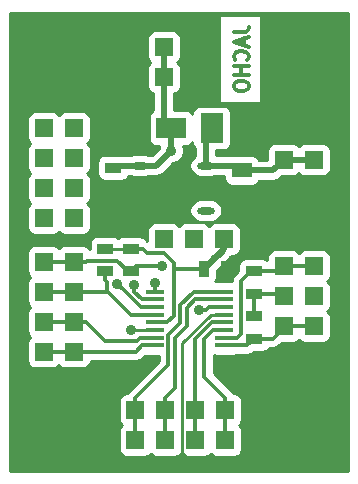
<source format=gbr>
G04 This is an RS-274x file exported by *
G04 gerbv version 2.6.1 *
G04 More information is available about gerbv at *
G04 http://gerbv.geda-project.org/ *
G04 --End of header info--*
%MOIN*%
%FSLAX34Y34*%
%IPPOS*%
G04 --Define apertures--*
%ADD10C,0.0118*%
%ADD11R,0.0600X0.0600*%
%ADD12C,0.2362*%
%ADD13O,0.0580X0.0240*%
%ADD14R,0.0550X0.0350*%
%ADD15R,0.0669X0.0512*%
%ADD16R,0.0984X0.0709*%
%ADD17R,0.0350X0.0550*%
%ADD18R,0.0768X0.0984*%
%ADD19R,0.0591X0.0177*%
%ADD20C,0.0350*%
%ADD21C,0.0197*%
%ADD22C,0.0100*%
G04 --Start main section--*
G54D10*
G01X0007833Y0014995D02*
G01X0008181Y0014995D01*
G01X0008181Y0014995D02*
G01X0008251Y0015018D01*
G01X0008251Y0015018D02*
G01X0008298Y0015065D01*
G01X0008298Y0015065D02*
G01X0008321Y0015134D01*
G01X0008321Y0015134D02*
G01X0008321Y0015181D01*
G01X0008181Y0014786D02*
G01X0008181Y0014553D01*
G01X0008321Y0014832D02*
G01X0007833Y0014670D01*
G01X0007833Y0014670D02*
G01X0008321Y0014507D01*
G01X0008274Y0014065D02*
G01X0008298Y0014088D01*
G01X0008298Y0014088D02*
G01X0008321Y0014158D01*
G01X0008321Y0014158D02*
G01X0008321Y0014205D01*
G01X0008321Y0014205D02*
G01X0008298Y0014274D01*
G01X0008298Y0014274D02*
G01X0008251Y0014321D01*
G01X0008251Y0014321D02*
G01X0008205Y0014344D01*
G01X0008205Y0014344D02*
G01X0008112Y0014367D01*
G01X0008112Y0014367D02*
G01X0008042Y0014367D01*
G01X0008042Y0014367D02*
G01X0007949Y0014344D01*
G01X0007949Y0014344D02*
G01X0007902Y0014321D01*
G01X0007902Y0014321D02*
G01X0007856Y0014274D01*
G01X0007856Y0014274D02*
G01X0007833Y0014205D01*
G01X0007833Y0014205D02*
G01X0007833Y0014158D01*
G01X0007833Y0014158D02*
G01X0007856Y0014088D01*
G01X0007856Y0014088D02*
G01X0007879Y0014065D01*
G01X0008321Y0013856D02*
G01X0007833Y0013856D01*
G01X0008065Y0013856D02*
G01X0008065Y0013577D01*
G01X0008321Y0013577D02*
G01X0007833Y0013577D01*
G01X0007833Y0013251D02*
G01X0007833Y0013158D01*
G01X0007833Y0013158D02*
G01X0007856Y0013112D01*
G01X0007856Y0013112D02*
G01X0007902Y0013066D01*
G01X0007902Y0013066D02*
G01X0007995Y0013042D01*
G01X0007995Y0013042D02*
G01X0008158Y0013042D01*
G01X0008158Y0013042D02*
G01X0008251Y0013066D01*
G01X0008251Y0013066D02*
G01X0008298Y0013112D01*
G01X0008298Y0013112D02*
G01X0008321Y0013158D01*
G01X0008321Y0013158D02*
G01X0008321Y0013251D01*
G01X0008321Y0013251D02*
G01X0008298Y0013298D01*
G01X0008298Y0013298D02*
G01X0008251Y0013344D01*
G01X0008251Y0013344D02*
G01X0008158Y0013368D01*
G01X0008158Y0013368D02*
G01X0007995Y0013368D01*
G01X0007995Y0013368D02*
G01X0007902Y0013344D01*
G01X0007902Y0013344D02*
G01X0007856Y0013298D01*
G01X0007856Y0013298D02*
G01X0007833Y0013251D01*
G54D11*
G01X0004500Y0013500D03*
G01X0004500Y0014500D03*
G01X0005500Y0013500D03*
G01X0005500Y0014500D03*
G01X0006500Y0013500D03*
G01X0006500Y0014500D03*
G01X0001500Y0005350D03*
G01X0002500Y0005350D03*
G01X0001500Y0004350D03*
G01X0002500Y0004350D03*
G01X0002500Y0007350D03*
G01X0001500Y0007350D03*
G01X0001500Y0006350D03*
G01X0002500Y0006350D03*
G01X0009500Y0011750D03*
G01X0010500Y0011750D03*
G01X0009500Y0010750D03*
G01X0010500Y0010750D03*
G01X0009500Y0009750D03*
G01X0010500Y0009750D03*
G01X0004550Y0001400D03*
G01X0004550Y0002400D03*
G01X0005550Y0001400D03*
G01X0005550Y0002400D03*
G01X0006550Y0002400D03*
G01X0006550Y0001400D03*
G01X0007550Y0002400D03*
G01X0007550Y0001400D03*
G01X0002500Y0010800D03*
G01X0001500Y0010800D03*
G01X0001500Y0009800D03*
G01X0002500Y0009800D03*
G01X0002500Y0008800D03*
G01X0001500Y0008800D03*
G01X0001500Y0011800D03*
G01X0002500Y0011800D03*
G01X0005500Y0008100D03*
G01X0006500Y0008100D03*
G01X0007500Y0008100D03*
G01X0009500Y0008200D03*
G01X0010500Y0008200D03*
G01X0009500Y0007200D03*
G01X0010500Y0007200D03*
G01X0009500Y0006200D03*
G01X0010500Y0006200D03*
G01X0009500Y0005200D03*
G01X0010500Y0005200D03*
G01X0009500Y0004200D03*
G01X0010500Y0004200D03*
G54D12*
G01X0002000Y0014000D03*
G01X0002000Y0002000D03*
G01X0010000Y0014000D03*
G01X0010000Y0002000D03*
G54D13*
G01X0006900Y0010550D03*
G01X0006900Y0010050D03*
G01X0006900Y0009550D03*
G01X0006900Y0009050D03*
G01X0004700Y0009050D03*
G01X0004700Y0009550D03*
G01X0004700Y0010050D03*
G01X0004700Y0010550D03*
G54D14*
G01X0008500Y0006275D03*
G01X0008500Y0007025D03*
G01X0008500Y0005525D03*
G01X0008500Y0004775D03*
G01X0003550Y0007775D03*
G01X0003550Y0007025D03*
G01X0004400Y0007775D03*
G01X0004400Y0007025D03*
G54D15*
G01X0008100Y0009011D03*
G01X0008100Y0010389D03*
G54D16*
G01X0004163Y0011800D03*
G01X0005737Y0011800D03*
G54D17*
G01X0006825Y0007100D03*
G01X0007575Y0007100D03*
G54D18*
G01X0008310Y0011800D03*
G01X0007090Y0011800D03*
G54D14*
G01X0003800Y0010475D03*
G01X0003800Y0009725D03*
G54D19*
G01X0007511Y0006346D03*
G01X0007511Y0006090D03*
G01X0007511Y0005834D03*
G01X0007511Y0005578D03*
G01X0007511Y0005322D03*
G01X0007511Y0005066D03*
G01X0007511Y0004810D03*
G01X0007511Y0004554D03*
G01X0005189Y0004554D03*
G01X0005189Y0004810D03*
G01X0005189Y0005066D03*
G01X0005189Y0005322D03*
G01X0005189Y0005578D03*
G01X0005189Y0005834D03*
G01X0005189Y0006090D03*
G01X0005189Y0006346D03*
G54D20*
G01X0005750Y0011050D03*
G01X0009500Y0010750D03*
G01X0006665Y0005735D03*
G01X0005450Y0007200D03*
G01X0004519Y0006575D03*
G01X0003951Y0006605D03*
G01X0004400Y0005075D03*
G01X0005200Y0006650D03*
G54D21*
G01X0004700Y0010550D02*
G01X0005250Y0010550D01*
G01X0005250Y0010550D02*
G01X0005750Y0011050D01*
G01X0005750Y0011050D02*
G01X0005750Y0011787D01*
G01X0005750Y0011787D02*
G01X0005737Y0011800D01*
G01X0004700Y0010550D02*
G01X0003875Y0010550D01*
G01X0003875Y0010550D02*
G01X0003800Y0010475D01*
G01X0005500Y0014500D02*
G01X0005500Y0012037D01*
G01X0005500Y0012037D02*
G01X0005737Y0011800D01*
G54D10*
G01X0005500Y0014500D02*
G01X0005500Y0013500D01*
G54D22*
G01X0006100Y0000980D02*
G01X0006430Y0000650D01*
G01X0006100Y0004620D02*
G01X0006100Y0000980D01*
G01X0007058Y0005578D02*
G01X0006100Y0004620D01*
G01X0007511Y0005578D02*
G01X0007058Y0005578D01*
G01X0008650Y0000650D02*
G01X0010000Y0002000D01*
G01X0006430Y0000650D02*
G01X0008650Y0000650D01*
G54D10*
G01X0006825Y0007100D02*
G01X0006825Y0007200D01*
G01X0005189Y0005322D02*
G01X0005602Y0005322D01*
G01X0005602Y0005322D02*
G01X0005830Y0005551D01*
G01X0005830Y0005551D02*
G01X0005830Y0006005D01*
G01X0006825Y0007000D02*
G01X0006825Y0007100D01*
G54D21*
G01X0009500Y0010750D02*
G01X0010500Y0010750D01*
G01X0008100Y0010389D02*
G01X0009139Y0010389D01*
G01X0009139Y0010389D02*
G01X0009500Y0010750D01*
G01X0006900Y0010550D02*
G01X0007939Y0010550D01*
G01X0007939Y0010550D02*
G01X0008100Y0010389D01*
G01X0006900Y0010550D02*
G01X0006900Y0011610D01*
G01X0006900Y0011610D02*
G01X0007090Y0011800D01*
G54D22*
G01X0003550Y0007775D02*
G01X0004400Y0007775D01*
G01X0007325Y0007525D02*
G01X0007500Y0007700D01*
G01X0007500Y0007700D02*
G01X0007500Y0008100D01*
G01X0007150Y0007525D02*
G01X0007325Y0007525D01*
G01X0006825Y0007200D02*
G01X0007150Y0007525D01*
G54D10*
G01X0004793Y0007775D02*
G01X0004400Y0007775D01*
G01X0004927Y0007641D02*
G01X0004793Y0007775D01*
G01X0005503Y0007641D02*
G01X0004927Y0007641D01*
G01X0005830Y0007314D02*
G01X0005503Y0007641D01*
G01X0005830Y0007023D02*
G01X0005830Y0007314D01*
G01X0005830Y0006005D02*
G01X0005830Y0007023D01*
G01X0005830Y0007023D02*
G01X0005830Y0007103D01*
G01X0005833Y0007100D02*
G01X0006825Y0007100D01*
G01X0005830Y0007103D02*
G01X0005833Y0007100D01*
G54D21*
G01X0007500Y0007775D02*
G01X0006825Y0007100D01*
G01X0007500Y0008100D02*
G01X0007500Y0007775D01*
G54D10*
G01X0002900Y0005350D02*
G01X0002500Y0005350D01*
G01X0004285Y0004716D02*
G01X0003534Y0004716D01*
G01X0003534Y0004716D02*
G01X0002900Y0005350D01*
G01X0001500Y0005350D02*
G01X0002500Y0005350D01*
G01X0004705Y0004810D02*
G01X0004610Y0004716D01*
G01X0005189Y0004810D02*
G01X0004705Y0004810D01*
G01X0004610Y0004716D02*
G01X0004285Y0004716D01*
G01X0002500Y0004350D02*
G01X0001500Y0004350D01*
G01X0005189Y0004554D02*
G01X0004775Y0004554D01*
G01X0004775Y0004554D02*
G01X0004571Y0004350D01*
G01X0004571Y0004350D02*
G01X0002918Y0004350D01*
G01X0002918Y0004350D02*
G01X0002500Y0004350D01*
G01X0005450Y0007200D02*
G01X0004575Y0007200D01*
G01X0004575Y0007200D02*
G01X0004400Y0007025D01*
G01X0001500Y0007350D02*
G01X0002500Y0007350D01*
G01X0004527Y0007152D02*
G01X0004400Y0007025D01*
G01X0002918Y0007350D02*
G01X0002500Y0007350D01*
G01X0002927Y0007359D02*
G01X0002918Y0007350D01*
G01X0003952Y0007359D02*
G01X0002927Y0007359D01*
G01X0004286Y0007025D02*
G01X0003952Y0007359D01*
G01X0004400Y0007025D02*
G01X0004286Y0007025D01*
G01X0004516Y0007141D02*
G01X0004400Y0007025D01*
G01X0007019Y0005834D02*
G01X0006919Y0005735D01*
G01X0006919Y0005735D02*
G01X0006665Y0005735D01*
G01X0007511Y0005834D02*
G01X0007019Y0005834D01*
G01X0001500Y0006350D02*
G01X0002500Y0006350D01*
G01X0003168Y0006350D02*
G01X0002918Y0006350D01*
G01X0002918Y0006350D02*
G01X0002500Y0006350D01*
G01X0004416Y0005578D02*
G01X0003644Y0006350D01*
G01X0003644Y0006350D02*
G01X0003168Y0006350D01*
G01X0005189Y0005578D02*
G01X0004416Y0005578D01*
G01X0003617Y0006378D02*
G01X0003644Y0006350D01*
G01X0003617Y0006665D02*
G01X0003617Y0006378D01*
G01X0003550Y0006732D02*
G01X0003617Y0006665D01*
G01X0003550Y0007025D02*
G01X0003550Y0006732D01*
G01X0004550Y0001400D02*
G01X0004550Y0002400D01*
G01X0004550Y0002818D02*
G01X0004550Y0002400D01*
G01X0005643Y0003911D02*
G01X0004550Y0002818D01*
G01X0005643Y0004891D02*
G01X0005643Y0003911D01*
G01X0007511Y0006346D02*
G01X0006496Y0006346D01*
G01X0006049Y0005899D02*
G01X0006049Y0005296D01*
G01X0006496Y0006346D02*
G01X0006049Y0005899D01*
G01X0006049Y0005296D02*
G01X0005643Y0004891D01*
G01X0005550Y0001400D02*
G01X0005550Y0002400D01*
G01X0005550Y0002818D02*
G01X0005550Y0002400D01*
G01X0005861Y0003129D02*
G01X0005550Y0002818D01*
G01X0006267Y0005206D02*
G01X0005861Y0004800D01*
G01X0006267Y0005808D02*
G01X0006267Y0005206D01*
G01X0006548Y0006090D02*
G01X0006267Y0005808D01*
G01X0005861Y0004800D02*
G01X0005861Y0003129D01*
G01X0007511Y0006090D02*
G01X0006548Y0006090D01*
G01X0006550Y0001400D02*
G01X0006550Y0002400D01*
G01X0007511Y0005322D02*
G01X0007098Y0005322D01*
G01X0007098Y0005322D02*
G01X0006550Y0004774D01*
G01X0006550Y0004774D02*
G01X0006550Y0002818D01*
G01X0006550Y0002818D02*
G01X0006550Y0002400D01*
G01X0007550Y0001400D02*
G01X0007550Y0002400D01*
G01X0006850Y0004766D02*
G01X0006850Y0003518D01*
G01X0006850Y0003518D02*
G01X0007550Y0002818D01*
G01X0007550Y0002818D02*
G01X0007550Y0002400D01*
G01X0007511Y0005066D02*
G01X0007151Y0005066D01*
G01X0007151Y0005066D02*
G01X0006850Y0004766D01*
G01X0004519Y0006346D02*
G01X0004519Y0006575D01*
G01X0004775Y0006090D02*
G01X0004519Y0006346D01*
G01X0005189Y0006090D02*
G01X0004775Y0006090D01*
G01X0004722Y0005834D02*
G01X0004126Y0006430D01*
G01X0005189Y0005834D02*
G01X0004722Y0005834D01*
G01X0004126Y0006430D02*
G01X0003951Y0006605D01*
G54D22*
G01X0005189Y0005066D02*
G01X0004409Y0005066D01*
G01X0004409Y0005066D02*
G01X0004400Y0005075D01*
G54D10*
G01X0008450Y0006225D02*
G01X0008550Y0006225D01*
G01X0008500Y0005525D02*
G01X0008500Y0006275D01*
G01X0009425Y0006275D02*
G01X0009500Y0006200D01*
G01X0008500Y0006275D02*
G01X0009425Y0006275D01*
G01X0009500Y0007200D02*
G01X0010500Y0007200D01*
G01X0008500Y0007025D02*
G01X0009325Y0007025D01*
G01X0009325Y0007025D02*
G01X0009500Y0007200D01*
G01X0007511Y0004810D02*
G01X0007925Y0004810D01*
G01X0007925Y0004810D02*
G01X0008066Y0004951D01*
G01X0008066Y0004951D02*
G01X0008066Y0006691D01*
G01X0008400Y0007025D02*
G01X0008500Y0007025D01*
G01X0008066Y0006691D02*
G01X0008400Y0007025D01*
G01X0009500Y0007175D02*
G01X0009500Y0007200D01*
G01X0009500Y0005200D02*
G01X0010500Y0005200D01*
G01X0008279Y0004554D02*
G01X0008500Y0004775D01*
G01X0007511Y0004554D02*
G01X0008279Y0004554D01*
G01X0009500Y0005200D02*
G01X0009500Y0005150D01*
G01X0009125Y0004775D02*
G01X0008500Y0004775D01*
G01X0009500Y0005150D02*
G01X0009125Y0004775D01*
G01X0005189Y0006346D02*
G01X0005189Y0006639D01*
G01X0005189Y0006639D02*
G01X0005200Y0006650D01*
G54D22*
G36*
G01X0011630Y0000370D02*
G01X0011055Y0000370D01*
G01X0011055Y0004900D01*
G01X0011055Y0005500D01*
G01X0011036Y0005595D01*
G01X0010981Y0005679D01*
G01X0010951Y0005700D01*
G01X0010979Y0005719D01*
G01X0011035Y0005802D01*
G01X0011055Y0005900D01*
G01X0011055Y0006500D01*
G01X0011036Y0006595D01*
G01X0010981Y0006679D01*
G01X0010951Y0006700D01*
G01X0010979Y0006719D01*
G01X0011035Y0006802D01*
G01X0011055Y0006900D01*
G01X0011055Y0007500D01*
G01X0011055Y0010450D01*
G01X0011055Y0011050D01*
G01X0011036Y0011145D01*
G01X0010981Y0011229D01*
G01X0010898Y0011285D01*
G01X0010800Y0011305D01*
G01X0010200Y0011305D01*
G01X0010105Y0011286D01*
G01X0010021Y0011231D01*
G01X0010000Y0011201D01*
G01X0009981Y0011229D01*
G01X0009898Y0011285D01*
G01X0009800Y0011305D01*
G01X0009200Y0011305D01*
G01X0009105Y0011286D01*
G01X0009021Y0011231D01*
G01X0008965Y0011148D01*
G01X0008945Y0011050D01*
G01X0008945Y0010737D01*
G01X0008751Y0010737D01*
G01X0008751Y0012640D01*
G01X0008751Y0015560D01*
G01X0007331Y0015560D01*
G01X0007331Y0012640D01*
G01X0008751Y0012640D01*
G01X0008751Y0010737D01*
G01X0008671Y0010737D01*
G01X0008671Y0010740D01*
G01X0008616Y0010824D01*
G01X0008533Y0010880D01*
G01X0008435Y0010900D01*
G01X0007766Y0010900D01*
G01X0007758Y0010898D01*
G01X0007248Y0010898D01*
G01X0007248Y0011053D01*
G01X0007474Y0011053D01*
G01X0007569Y0011072D01*
G01X0007653Y0011127D01*
G01X0007709Y0011210D01*
G01X0007729Y0011308D01*
G01X0007729Y0012292D01*
G01X0007710Y0012387D01*
G01X0007655Y0012471D01*
G01X0007572Y0012527D01*
G01X0007474Y0012547D01*
G01X0006706Y0012547D01*
G01X0006611Y0012528D01*
G01X0006527Y0012473D01*
G01X0006471Y0012390D01*
G01X0006451Y0012292D01*
G01X0006451Y0012272D01*
G01X0006410Y0012334D01*
G01X0006327Y0012390D01*
G01X0006229Y0012409D01*
G01X0005848Y0012409D01*
G01X0005848Y0012954D01*
G01X0005895Y0012964D01*
G01X0005979Y0013019D01*
G01X0006035Y0013102D01*
G01X0006055Y0013200D01*
G01X0006055Y0013800D01*
G01X0006036Y0013895D01*
G01X0005981Y0013979D01*
G01X0005951Y0014000D01*
G01X0005979Y0014019D01*
G01X0006035Y0014102D01*
G01X0006055Y0014200D01*
G01X0006055Y0014800D01*
G01X0006036Y0014895D01*
G01X0005981Y0014979D01*
G01X0005898Y0015035D01*
G01X0005800Y0015055D01*
G01X0005200Y0015055D01*
G01X0005105Y0015036D01*
G01X0005021Y0014981D01*
G01X0004965Y0014898D01*
G01X0004945Y0014800D01*
G01X0004945Y0014200D01*
G01X0004964Y0014105D01*
G01X0005019Y0014021D01*
G01X0005049Y0014000D01*
G01X0005021Y0013981D01*
G01X0004965Y0013898D01*
G01X0004945Y0013800D01*
G01X0004945Y0013200D01*
G01X0004964Y0013105D01*
G01X0005019Y0013021D01*
G01X0005102Y0012965D01*
G01X0005152Y0012955D01*
G01X0005152Y0012391D01*
G01X0005150Y0012391D01*
G01X0005066Y0012336D01*
G01X0005010Y0012253D01*
G01X0004990Y0012155D01*
G01X0004990Y0011446D01*
G01X0005009Y0011350D01*
G01X0005064Y0011266D01*
G01X0005147Y0011210D01*
G01X0005245Y0011191D01*
G01X0005348Y0011191D01*
G01X0005325Y0011135D01*
G01X0005325Y0011118D01*
G01X0005106Y0010898D01*
G01X0004989Y0010898D01*
G01X0004881Y0010920D01*
G01X0004519Y0010920D01*
G01X0004411Y0010898D01*
G01X0004107Y0010898D01*
G01X0004075Y0010905D01*
G01X0003525Y0010905D01*
G01X0003430Y0010886D01*
G01X0003346Y0010831D01*
G01X0003290Y0010748D01*
G01X0003270Y0010650D01*
G01X0003270Y0010300D01*
G01X0003289Y0010205D01*
G01X0003344Y0010121D01*
G01X0003427Y0010065D01*
G01X0003525Y0010045D01*
G01X0004075Y0010045D01*
G01X0004170Y0010064D01*
G01X0004254Y0010119D01*
G01X0004310Y0010202D01*
G01X0004411Y0010202D01*
G01X0004519Y0010180D01*
G01X0004881Y0010180D01*
G01X0004989Y0010202D01*
G01X0005250Y0010202D01*
G01X0005250Y0010202D01*
G01X0005250Y0010202D01*
G01X0005361Y0010224D01*
G01X0005383Y0010228D01*
G01X0005383Y0010228D01*
G01X0005496Y0010304D01*
G01X0005818Y0010625D01*
G01X0005834Y0010625D01*
G01X0005990Y0010689D01*
G01X0006110Y0010809D01*
G01X0006175Y0010965D01*
G01X0006175Y0011134D01*
G01X0006152Y0011191D01*
G01X0006229Y0011191D01*
G01X0006324Y0011209D01*
G01X0006408Y0011264D01*
G01X0006451Y0011328D01*
G01X0006451Y0011308D01*
G01X0006470Y0011213D01*
G01X0006525Y0011129D01*
G01X0006552Y0011111D01*
G01X0006552Y0010874D01*
G01X0006458Y0010812D01*
G01X0006378Y0010692D01*
G01X0006349Y0010550D01*
G01X0006378Y0010408D01*
G01X0006458Y0010288D01*
G01X0006578Y0010208D01*
G01X0006719Y0010180D01*
G01X0007081Y0010180D01*
G01X0007189Y0010202D01*
G01X0007511Y0010202D01*
G01X0007511Y0010133D01*
G01X0007529Y0010038D01*
G01X0007584Y0009954D01*
G01X0007667Y0009898D01*
G01X0007766Y0009878D01*
G01X0008435Y0009878D01*
G01X0008530Y0009897D01*
G01X0008614Y0009952D01*
G01X0008670Y0010035D01*
G01X0008671Y0010041D01*
G01X0009139Y0010041D01*
G01X0009139Y0010041D01*
G01X0009139Y0010041D01*
G01X0009250Y0010063D01*
G01X0009272Y0010067D01*
G01X0009272Y0010067D01*
G01X0009385Y0010143D01*
G01X0009438Y0010195D01*
G01X0009800Y0010195D01*
G01X0009895Y0010214D01*
G01X0009979Y0010269D01*
G01X0010000Y0010299D01*
G01X0010019Y0010271D01*
G01X0010102Y0010215D01*
G01X0010200Y0010195D01*
G01X0010800Y0010195D01*
G01X0010895Y0010214D01*
G01X0010979Y0010269D01*
G01X0011035Y0010352D01*
G01X0011055Y0010450D01*
G01X0011055Y0007500D01*
G01X0011036Y0007595D01*
G01X0010981Y0007679D01*
G01X0010898Y0007735D01*
G01X0010800Y0007755D01*
G01X0010200Y0007755D01*
G01X0010105Y0007736D01*
G01X0010021Y0007681D01*
G01X0010000Y0007651D01*
G01X0009981Y0007679D01*
G01X0009898Y0007735D01*
G01X0009800Y0007755D01*
G01X0009200Y0007755D01*
G01X0009105Y0007736D01*
G01X0009021Y0007681D01*
G01X0008965Y0007598D01*
G01X0008945Y0007500D01*
G01X0008945Y0007387D01*
G01X0008873Y0007435D01*
G01X0008775Y0007455D01*
G01X0008225Y0007455D01*
G01X0008130Y0007436D01*
G01X0008046Y0007381D01*
G01X0007990Y0007298D01*
G01X0007970Y0007200D01*
G01X0007970Y0007032D01*
G01X0007847Y0006909D01*
G01X0007780Y0006809D01*
G01X0007757Y0006691D01*
G01X0007757Y0006689D01*
G01X0007216Y0006689D01*
G01X0007209Y0006688D01*
G01X0007235Y0006727D01*
G01X0007255Y0006825D01*
G01X0007255Y0007037D01*
G01X0007517Y0007300D01*
G01X0007537Y0007313D01*
G01X0007712Y0007488D01*
G01X0007712Y0007488D01*
G01X0007725Y0007508D01*
G01X0007746Y0007529D01*
G01X0007746Y0007529D01*
G01X0007746Y0007529D01*
G01X0007757Y0007545D01*
G01X0007757Y0007545D01*
G01X0007800Y0007545D01*
G01X0007895Y0007564D01*
G01X0007979Y0007619D01*
G01X0008035Y0007702D01*
G01X0008055Y0007800D01*
G01X0008055Y0008400D01*
G01X0008036Y0008495D01*
G01X0007981Y0008579D01*
G01X0007898Y0008635D01*
G01X0007800Y0008655D01*
G01X0007451Y0008655D01*
G01X0007451Y0009050D01*
G01X0007422Y0009192D01*
G01X0007342Y0009312D01*
G01X0007222Y0009392D01*
G01X0007081Y0009420D01*
G01X0006719Y0009420D01*
G01X0006578Y0009392D01*
G01X0006458Y0009312D01*
G01X0006378Y0009192D01*
G01X0006349Y0009050D01*
G01X0006378Y0008908D01*
G01X0006458Y0008788D01*
G01X0006578Y0008708D01*
G01X0006719Y0008680D01*
G01X0007081Y0008680D01*
G01X0007222Y0008708D01*
G01X0007342Y0008788D01*
G01X0007422Y0008908D01*
G01X0007451Y0009050D01*
G01X0007451Y0008655D01*
G01X0007200Y0008655D01*
G01X0007105Y0008636D01*
G01X0007021Y0008581D01*
G01X0007000Y0008551D01*
G01X0006981Y0008579D01*
G01X0006898Y0008635D01*
G01X0006800Y0008655D01*
G01X0006200Y0008655D01*
G01X0006105Y0008636D01*
G01X0006021Y0008581D01*
G01X0006000Y0008551D01*
G01X0005981Y0008579D01*
G01X0005898Y0008635D01*
G01X0005800Y0008655D01*
G01X0005200Y0008655D01*
G01X0005105Y0008636D01*
G01X0005021Y0008581D01*
G01X0004965Y0008498D01*
G01X0004945Y0008400D01*
G01X0004945Y0008038D01*
G01X0004911Y0008061D01*
G01X0004900Y0008063D01*
G01X0004856Y0008129D01*
G01X0004773Y0008185D01*
G01X0004675Y0008205D01*
G01X0004125Y0008205D01*
G01X0004030Y0008186D01*
G01X0003975Y0008150D01*
G01X0003923Y0008185D01*
G01X0003825Y0008205D01*
G01X0003275Y0008205D01*
G01X0003180Y0008186D01*
G01X0003096Y0008131D01*
G01X0003055Y0008071D01*
G01X0003055Y0008500D01*
G01X0003055Y0009100D01*
G01X0003036Y0009195D01*
G01X0002981Y0009279D01*
G01X0002951Y0009300D01*
G01X0002979Y0009319D01*
G01X0003035Y0009402D01*
G01X0003055Y0009500D01*
G01X0003055Y0010100D01*
G01X0003036Y0010195D01*
G01X0002981Y0010279D01*
G01X0002951Y0010300D01*
G01X0002979Y0010319D01*
G01X0003035Y0010402D01*
G01X0003055Y0010500D01*
G01X0003055Y0011100D01*
G01X0003036Y0011195D01*
G01X0002981Y0011279D01*
G01X0002951Y0011300D01*
G01X0002979Y0011319D01*
G01X0003035Y0011402D01*
G01X0003055Y0011500D01*
G01X0003055Y0012100D01*
G01X0003036Y0012195D01*
G01X0002981Y0012279D01*
G01X0002898Y0012335D01*
G01X0002800Y0012355D01*
G01X0002200Y0012355D01*
G01X0002105Y0012336D01*
G01X0002021Y0012281D01*
G01X0002000Y0012251D01*
G01X0001981Y0012279D01*
G01X0001898Y0012335D01*
G01X0001800Y0012355D01*
G01X0001200Y0012355D01*
G01X0001105Y0012336D01*
G01X0001021Y0012281D01*
G01X0000965Y0012198D01*
G01X0000945Y0012100D01*
G01X0000945Y0011500D01*
G01X0000964Y0011405D01*
G01X0001019Y0011321D01*
G01X0001049Y0011300D01*
G01X0001021Y0011281D01*
G01X0000965Y0011198D01*
G01X0000945Y0011100D01*
G01X0000945Y0010500D01*
G01X0000964Y0010405D01*
G01X0001019Y0010321D01*
G01X0001049Y0010300D01*
G01X0001021Y0010281D01*
G01X0000965Y0010198D01*
G01X0000945Y0010100D01*
G01X0000945Y0009500D01*
G01X0000964Y0009405D01*
G01X0001019Y0009321D01*
G01X0001049Y0009300D01*
G01X0001021Y0009281D01*
G01X0000965Y0009198D01*
G01X0000945Y0009100D01*
G01X0000945Y0008500D01*
G01X0000964Y0008405D01*
G01X0001019Y0008321D01*
G01X0001102Y0008265D01*
G01X0001200Y0008245D01*
G01X0001800Y0008245D01*
G01X0001895Y0008264D01*
G01X0001979Y0008319D01*
G01X0002000Y0008349D01*
G01X0002019Y0008321D01*
G01X0002102Y0008265D01*
G01X0002200Y0008245D01*
G01X0002800Y0008245D01*
G01X0002895Y0008264D01*
G01X0002979Y0008319D01*
G01X0003035Y0008402D01*
G01X0003055Y0008500D01*
G01X0003055Y0008071D01*
G01X0003040Y0008048D01*
G01X0003020Y0007950D01*
G01X0003020Y0007770D01*
G01X0002981Y0007829D01*
G01X0002898Y0007885D01*
G01X0002800Y0007905D01*
G01X0002200Y0007905D01*
G01X0002105Y0007886D01*
G01X0002021Y0007831D01*
G01X0002000Y0007801D01*
G01X0001981Y0007829D01*
G01X0001898Y0007885D01*
G01X0001800Y0007905D01*
G01X0001200Y0007905D01*
G01X0001105Y0007886D01*
G01X0001021Y0007831D01*
G01X0000965Y0007748D01*
G01X0000945Y0007650D01*
G01X0000945Y0007050D01*
G01X0000964Y0006955D01*
G01X0001019Y0006871D01*
G01X0001049Y0006850D01*
G01X0001021Y0006831D01*
G01X0000965Y0006748D01*
G01X0000945Y0006650D01*
G01X0000945Y0006050D01*
G01X0000964Y0005955D01*
G01X0001019Y0005871D01*
G01X0001049Y0005850D01*
G01X0001021Y0005831D01*
G01X0000965Y0005748D01*
G01X0000945Y0005650D01*
G01X0000945Y0005050D01*
G01X0000964Y0004955D01*
G01X0001019Y0004871D01*
G01X0001049Y0004850D01*
G01X0001021Y0004831D01*
G01X0000965Y0004748D01*
G01X0000945Y0004650D01*
G01X0000945Y0004050D01*
G01X0000964Y0003955D01*
G01X0001019Y0003871D01*
G01X0001102Y0003815D01*
G01X0001200Y0003795D01*
G01X0001800Y0003795D01*
G01X0001895Y0003814D01*
G01X0001979Y0003869D01*
G01X0002000Y0003899D01*
G01X0002019Y0003871D01*
G01X0002102Y0003815D01*
G01X0002200Y0003795D01*
G01X0002800Y0003795D01*
G01X0002895Y0003814D01*
G01X0002979Y0003869D01*
G01X0003035Y0003952D01*
G01X0003053Y0004041D01*
G01X0004571Y0004041D01*
G01X0004689Y0004064D01*
G01X0004689Y0004064D01*
G01X0004789Y0004131D01*
G01X0004873Y0004215D01*
G01X0004893Y0004211D01*
G01X0005334Y0004211D01*
G01X0005334Y0004039D01*
G01X0004331Y0003037D01*
G01X0004277Y0002955D01*
G01X0004250Y0002955D01*
G01X0004155Y0002936D01*
G01X0004071Y0002881D01*
G01X0004015Y0002798D01*
G01X0003995Y0002700D01*
G01X0003995Y0002100D01*
G01X0004014Y0002005D01*
G01X0004069Y0001921D01*
G01X0004099Y0001900D01*
G01X0004071Y0001881D01*
G01X0004015Y0001798D01*
G01X0003995Y0001700D01*
G01X0003995Y0001100D01*
G01X0004014Y0001005D01*
G01X0004069Y0000921D01*
G01X0004152Y0000865D01*
G01X0004250Y0000845D01*
G01X0004850Y0000845D01*
G01X0004945Y0000864D01*
G01X0005029Y0000919D01*
G01X0005050Y0000949D01*
G01X0005069Y0000921D01*
G01X0005152Y0000865D01*
G01X0005250Y0000845D01*
G01X0005850Y0000845D01*
G01X0005945Y0000864D01*
G01X0006029Y0000919D01*
G01X0006050Y0000949D01*
G01X0006069Y0000921D01*
G01X0006152Y0000865D01*
G01X0006250Y0000845D01*
G01X0006850Y0000845D01*
G01X0006945Y0000864D01*
G01X0007029Y0000919D01*
G01X0007050Y0000949D01*
G01X0007069Y0000921D01*
G01X0007152Y0000865D01*
G01X0007250Y0000845D01*
G01X0007850Y0000845D01*
G01X0007945Y0000864D01*
G01X0008029Y0000919D01*
G01X0008085Y0001002D01*
G01X0008105Y0001100D01*
G01X0008105Y0001700D01*
G01X0008086Y0001795D01*
G01X0008031Y0001879D01*
G01X0008001Y0001900D01*
G01X0008029Y0001919D01*
G01X0008085Y0002002D01*
G01X0008105Y0002100D01*
G01X0008105Y0002700D01*
G01X0008086Y0002795D01*
G01X0008031Y0002879D01*
G01X0007948Y0002935D01*
G01X0007850Y0002955D01*
G01X0007823Y0002955D01*
G01X0007769Y0003037D01*
G01X0007159Y0003646D01*
G01X0007159Y0004222D01*
G01X0007216Y0004211D01*
G01X0007807Y0004211D01*
G01X0007902Y0004229D01*
G01X0007926Y0004245D01*
G01X0008279Y0004245D01*
G01X0008398Y0004269D01*
G01X0008398Y0004269D01*
G01X0008498Y0004336D01*
G01X0008507Y0004345D01*
G01X0008775Y0004345D01*
G01X0008870Y0004364D01*
G01X0008954Y0004419D01*
G01X0008986Y0004466D01*
G01X0009125Y0004466D01*
G01X0009243Y0004489D01*
G01X0009243Y0004489D01*
G01X0009344Y0004556D01*
G01X0009432Y0004645D01*
G01X0009800Y0004645D01*
G01X0009895Y0004664D01*
G01X0009979Y0004719D01*
G01X0010000Y0004749D01*
G01X0010019Y0004721D01*
G01X0010102Y0004665D01*
G01X0010200Y0004645D01*
G01X0010800Y0004645D01*
G01X0010895Y0004664D01*
G01X0010979Y0004719D01*
G01X0011035Y0004802D01*
G01X0011055Y0004900D01*
G01X0011055Y0000370D01*
G01X0000370Y0000370D01*
G01X0000370Y0015630D01*
G01X0011630Y0015630D01*
G01X0011630Y0000370D01*
G01X0011630Y0000370D01*
G37*
G01X0011630Y0000370D02*
G01X0011055Y0000370D01*
G01X0011055Y0000370D02*
G01X0011055Y0004900D01*
G01X0011055Y0004900D02*
G01X0011055Y0005500D01*
G01X0011055Y0005500D02*
G01X0011036Y0005595D01*
G01X0011036Y0005595D02*
G01X0010981Y0005679D01*
G01X0010981Y0005679D02*
G01X0010951Y0005700D01*
G01X0010951Y0005700D02*
G01X0010979Y0005719D01*
G01X0010979Y0005719D02*
G01X0011035Y0005802D01*
G01X0011035Y0005802D02*
G01X0011055Y0005900D01*
G01X0011055Y0005900D02*
G01X0011055Y0006500D01*
G01X0011055Y0006500D02*
G01X0011036Y0006595D01*
G01X0011036Y0006595D02*
G01X0010981Y0006679D01*
G01X0010981Y0006679D02*
G01X0010951Y0006700D01*
G01X0010951Y0006700D02*
G01X0010979Y0006719D01*
G01X0010979Y0006719D02*
G01X0011035Y0006802D01*
G01X0011035Y0006802D02*
G01X0011055Y0006900D01*
G01X0011055Y0006900D02*
G01X0011055Y0007500D01*
G01X0011055Y0007500D02*
G01X0011055Y0010450D01*
G01X0011055Y0010450D02*
G01X0011055Y0011050D01*
G01X0011055Y0011050D02*
G01X0011036Y0011145D01*
G01X0011036Y0011145D02*
G01X0010981Y0011229D01*
G01X0010981Y0011229D02*
G01X0010898Y0011285D01*
G01X0010898Y0011285D02*
G01X0010800Y0011305D01*
G01X0010800Y0011305D02*
G01X0010200Y0011305D01*
G01X0010200Y0011305D02*
G01X0010105Y0011286D01*
G01X0010105Y0011286D02*
G01X0010021Y0011231D01*
G01X0010021Y0011231D02*
G01X0010000Y0011201D01*
G01X0010000Y0011201D02*
G01X0009981Y0011229D01*
G01X0009981Y0011229D02*
G01X0009898Y0011285D01*
G01X0009898Y0011285D02*
G01X0009800Y0011305D01*
G01X0009800Y0011305D02*
G01X0009200Y0011305D01*
G01X0009200Y0011305D02*
G01X0009105Y0011286D01*
G01X0009105Y0011286D02*
G01X0009021Y0011231D01*
G01X0009021Y0011231D02*
G01X0008965Y0011148D01*
G01X0008965Y0011148D02*
G01X0008945Y0011050D01*
G01X0008945Y0011050D02*
G01X0008945Y0010737D01*
G01X0008945Y0010737D02*
G01X0008751Y0010737D01*
G01X0008751Y0010737D02*
G01X0008751Y0012640D01*
G01X0008751Y0012640D02*
G01X0008751Y0015560D01*
G01X0008751Y0015560D02*
G01X0007331Y0015560D01*
G01X0007331Y0015560D02*
G01X0007331Y0012640D01*
G01X0007331Y0012640D02*
G01X0008751Y0012640D01*
G01X0008751Y0012640D02*
G01X0008751Y0010737D01*
G01X0008751Y0010737D02*
G01X0008671Y0010737D01*
G01X0008671Y0010737D02*
G01X0008671Y0010740D01*
G01X0008671Y0010740D02*
G01X0008616Y0010824D01*
G01X0008616Y0010824D02*
G01X0008533Y0010880D01*
G01X0008533Y0010880D02*
G01X0008435Y0010900D01*
G01X0008435Y0010900D02*
G01X0007766Y0010900D01*
G01X0007766Y0010900D02*
G01X0007758Y0010898D01*
G01X0007758Y0010898D02*
G01X0007248Y0010898D01*
G01X0007248Y0010898D02*
G01X0007248Y0011053D01*
G01X0007248Y0011053D02*
G01X0007474Y0011053D01*
G01X0007474Y0011053D02*
G01X0007569Y0011072D01*
G01X0007569Y0011072D02*
G01X0007653Y0011127D01*
G01X0007653Y0011127D02*
G01X0007709Y0011210D01*
G01X0007709Y0011210D02*
G01X0007729Y0011308D01*
G01X0007729Y0011308D02*
G01X0007729Y0012292D01*
G01X0007729Y0012292D02*
G01X0007710Y0012387D01*
G01X0007710Y0012387D02*
G01X0007655Y0012471D01*
G01X0007655Y0012471D02*
G01X0007572Y0012527D01*
G01X0007572Y0012527D02*
G01X0007474Y0012547D01*
G01X0007474Y0012547D02*
G01X0006706Y0012547D01*
G01X0006706Y0012547D02*
G01X0006611Y0012528D01*
G01X0006611Y0012528D02*
G01X0006527Y0012473D01*
G01X0006527Y0012473D02*
G01X0006471Y0012390D01*
G01X0006471Y0012390D02*
G01X0006451Y0012292D01*
G01X0006451Y0012292D02*
G01X0006451Y0012272D01*
G01X0006451Y0012272D02*
G01X0006410Y0012334D01*
G01X0006410Y0012334D02*
G01X0006327Y0012390D01*
G01X0006327Y0012390D02*
G01X0006229Y0012409D01*
G01X0006229Y0012409D02*
G01X0005848Y0012409D01*
G01X0005848Y0012409D02*
G01X0005848Y0012954D01*
G01X0005848Y0012954D02*
G01X0005895Y0012964D01*
G01X0005895Y0012964D02*
G01X0005979Y0013019D01*
G01X0005979Y0013019D02*
G01X0006035Y0013102D01*
G01X0006035Y0013102D02*
G01X0006055Y0013200D01*
G01X0006055Y0013200D02*
G01X0006055Y0013800D01*
G01X0006055Y0013800D02*
G01X0006036Y0013895D01*
G01X0006036Y0013895D02*
G01X0005981Y0013979D01*
G01X0005981Y0013979D02*
G01X0005951Y0014000D01*
G01X0005951Y0014000D02*
G01X0005979Y0014019D01*
G01X0005979Y0014019D02*
G01X0006035Y0014102D01*
G01X0006035Y0014102D02*
G01X0006055Y0014200D01*
G01X0006055Y0014200D02*
G01X0006055Y0014800D01*
G01X0006055Y0014800D02*
G01X0006036Y0014895D01*
G01X0006036Y0014895D02*
G01X0005981Y0014979D01*
G01X0005981Y0014979D02*
G01X0005898Y0015035D01*
G01X0005898Y0015035D02*
G01X0005800Y0015055D01*
G01X0005800Y0015055D02*
G01X0005200Y0015055D01*
G01X0005200Y0015055D02*
G01X0005105Y0015036D01*
G01X0005105Y0015036D02*
G01X0005021Y0014981D01*
G01X0005021Y0014981D02*
G01X0004965Y0014898D01*
G01X0004965Y0014898D02*
G01X0004945Y0014800D01*
G01X0004945Y0014800D02*
G01X0004945Y0014200D01*
G01X0004945Y0014200D02*
G01X0004964Y0014105D01*
G01X0004964Y0014105D02*
G01X0005019Y0014021D01*
G01X0005019Y0014021D02*
G01X0005049Y0014000D01*
G01X0005049Y0014000D02*
G01X0005021Y0013981D01*
G01X0005021Y0013981D02*
G01X0004965Y0013898D01*
G01X0004965Y0013898D02*
G01X0004945Y0013800D01*
G01X0004945Y0013800D02*
G01X0004945Y0013200D01*
G01X0004945Y0013200D02*
G01X0004964Y0013105D01*
G01X0004964Y0013105D02*
G01X0005019Y0013021D01*
G01X0005019Y0013021D02*
G01X0005102Y0012965D01*
G01X0005102Y0012965D02*
G01X0005152Y0012955D01*
G01X0005152Y0012955D02*
G01X0005152Y0012391D01*
G01X0005152Y0012391D02*
G01X0005150Y0012391D01*
G01X0005150Y0012391D02*
G01X0005066Y0012336D01*
G01X0005066Y0012336D02*
G01X0005010Y0012253D01*
G01X0005010Y0012253D02*
G01X0004990Y0012155D01*
G01X0004990Y0012155D02*
G01X0004990Y0011446D01*
G01X0004990Y0011446D02*
G01X0005009Y0011350D01*
G01X0005009Y0011350D02*
G01X0005064Y0011266D01*
G01X0005064Y0011266D02*
G01X0005147Y0011210D01*
G01X0005147Y0011210D02*
G01X0005245Y0011191D01*
G01X0005245Y0011191D02*
G01X0005348Y0011191D01*
G01X0005348Y0011191D02*
G01X0005325Y0011135D01*
G01X0005325Y0011135D02*
G01X0005325Y0011118D01*
G01X0005325Y0011118D02*
G01X0005106Y0010898D01*
G01X0005106Y0010898D02*
G01X0004989Y0010898D01*
G01X0004989Y0010898D02*
G01X0004881Y0010920D01*
G01X0004881Y0010920D02*
G01X0004519Y0010920D01*
G01X0004519Y0010920D02*
G01X0004411Y0010898D01*
G01X0004411Y0010898D02*
G01X0004107Y0010898D01*
G01X0004107Y0010898D02*
G01X0004075Y0010905D01*
G01X0004075Y0010905D02*
G01X0003525Y0010905D01*
G01X0003525Y0010905D02*
G01X0003430Y0010886D01*
G01X0003430Y0010886D02*
G01X0003346Y0010831D01*
G01X0003346Y0010831D02*
G01X0003290Y0010748D01*
G01X0003290Y0010748D02*
G01X0003270Y0010650D01*
G01X0003270Y0010650D02*
G01X0003270Y0010300D01*
G01X0003270Y0010300D02*
G01X0003289Y0010205D01*
G01X0003289Y0010205D02*
G01X0003344Y0010121D01*
G01X0003344Y0010121D02*
G01X0003427Y0010065D01*
G01X0003427Y0010065D02*
G01X0003525Y0010045D01*
G01X0003525Y0010045D02*
G01X0004075Y0010045D01*
G01X0004075Y0010045D02*
G01X0004170Y0010064D01*
G01X0004170Y0010064D02*
G01X0004254Y0010119D01*
G01X0004254Y0010119D02*
G01X0004310Y0010202D01*
G01X0004310Y0010202D02*
G01X0004411Y0010202D01*
G01X0004411Y0010202D02*
G01X0004519Y0010180D01*
G01X0004519Y0010180D02*
G01X0004881Y0010180D01*
G01X0004881Y0010180D02*
G01X0004989Y0010202D01*
G01X0004989Y0010202D02*
G01X0005250Y0010202D01*
G01X0005250Y0010202D02*
G01X0005250Y0010202D01*
G01X0005250Y0010202D02*
G01X0005250Y0010202D01*
G01X0005250Y0010202D02*
G01X0005361Y0010224D01*
G01X0005361Y0010224D02*
G01X0005383Y0010228D01*
G01X0005383Y0010228D02*
G01X0005383Y0010228D01*
G01X0005383Y0010228D02*
G01X0005496Y0010304D01*
G01X0005496Y0010304D02*
G01X0005818Y0010625D01*
G01X0005818Y0010625D02*
G01X0005834Y0010625D01*
G01X0005834Y0010625D02*
G01X0005990Y0010689D01*
G01X0005990Y0010689D02*
G01X0006110Y0010809D01*
G01X0006110Y0010809D02*
G01X0006175Y0010965D01*
G01X0006175Y0010965D02*
G01X0006175Y0011134D01*
G01X0006175Y0011134D02*
G01X0006152Y0011191D01*
G01X0006152Y0011191D02*
G01X0006229Y0011191D01*
G01X0006229Y0011191D02*
G01X0006324Y0011209D01*
G01X0006324Y0011209D02*
G01X0006408Y0011264D01*
G01X0006408Y0011264D02*
G01X0006451Y0011328D01*
G01X0006451Y0011328D02*
G01X0006451Y0011308D01*
G01X0006451Y0011308D02*
G01X0006470Y0011213D01*
G01X0006470Y0011213D02*
G01X0006525Y0011129D01*
G01X0006525Y0011129D02*
G01X0006552Y0011111D01*
G01X0006552Y0011111D02*
G01X0006552Y0010874D01*
G01X0006552Y0010874D02*
G01X0006458Y0010812D01*
G01X0006458Y0010812D02*
G01X0006378Y0010692D01*
G01X0006378Y0010692D02*
G01X0006349Y0010550D01*
G01X0006349Y0010550D02*
G01X0006378Y0010408D01*
G01X0006378Y0010408D02*
G01X0006458Y0010288D01*
G01X0006458Y0010288D02*
G01X0006578Y0010208D01*
G01X0006578Y0010208D02*
G01X0006719Y0010180D01*
G01X0006719Y0010180D02*
G01X0007081Y0010180D01*
G01X0007081Y0010180D02*
G01X0007189Y0010202D01*
G01X0007189Y0010202D02*
G01X0007511Y0010202D01*
G01X0007511Y0010202D02*
G01X0007511Y0010133D01*
G01X0007511Y0010133D02*
G01X0007529Y0010038D01*
G01X0007529Y0010038D02*
G01X0007584Y0009954D01*
G01X0007584Y0009954D02*
G01X0007667Y0009898D01*
G01X0007667Y0009898D02*
G01X0007766Y0009878D01*
G01X0007766Y0009878D02*
G01X0008435Y0009878D01*
G01X0008435Y0009878D02*
G01X0008530Y0009897D01*
G01X0008530Y0009897D02*
G01X0008614Y0009952D01*
G01X0008614Y0009952D02*
G01X0008670Y0010035D01*
G01X0008670Y0010035D02*
G01X0008671Y0010041D01*
G01X0008671Y0010041D02*
G01X0009139Y0010041D01*
G01X0009139Y0010041D02*
G01X0009139Y0010041D01*
G01X0009139Y0010041D02*
G01X0009139Y0010041D01*
G01X0009139Y0010041D02*
G01X0009250Y0010063D01*
G01X0009250Y0010063D02*
G01X0009272Y0010067D01*
G01X0009272Y0010067D02*
G01X0009272Y0010067D01*
G01X0009272Y0010067D02*
G01X0009385Y0010143D01*
G01X0009385Y0010143D02*
G01X0009438Y0010195D01*
G01X0009438Y0010195D02*
G01X0009800Y0010195D01*
G01X0009800Y0010195D02*
G01X0009895Y0010214D01*
G01X0009895Y0010214D02*
G01X0009979Y0010269D01*
G01X0009979Y0010269D02*
G01X0010000Y0010299D01*
G01X0010000Y0010299D02*
G01X0010019Y0010271D01*
G01X0010019Y0010271D02*
G01X0010102Y0010215D01*
G01X0010102Y0010215D02*
G01X0010200Y0010195D01*
G01X0010200Y0010195D02*
G01X0010800Y0010195D01*
G01X0010800Y0010195D02*
G01X0010895Y0010214D01*
G01X0010895Y0010214D02*
G01X0010979Y0010269D01*
G01X0010979Y0010269D02*
G01X0011035Y0010352D01*
G01X0011035Y0010352D02*
G01X0011055Y0010450D01*
G01X0011055Y0010450D02*
G01X0011055Y0007500D01*
G01X0011055Y0007500D02*
G01X0011036Y0007595D01*
G01X0011036Y0007595D02*
G01X0010981Y0007679D01*
G01X0010981Y0007679D02*
G01X0010898Y0007735D01*
G01X0010898Y0007735D02*
G01X0010800Y0007755D01*
G01X0010800Y0007755D02*
G01X0010200Y0007755D01*
G01X0010200Y0007755D02*
G01X0010105Y0007736D01*
G01X0010105Y0007736D02*
G01X0010021Y0007681D01*
G01X0010021Y0007681D02*
G01X0010000Y0007651D01*
G01X0010000Y0007651D02*
G01X0009981Y0007679D01*
G01X0009981Y0007679D02*
G01X0009898Y0007735D01*
G01X0009898Y0007735D02*
G01X0009800Y0007755D01*
G01X0009800Y0007755D02*
G01X0009200Y0007755D01*
G01X0009200Y0007755D02*
G01X0009105Y0007736D01*
G01X0009105Y0007736D02*
G01X0009021Y0007681D01*
G01X0009021Y0007681D02*
G01X0008965Y0007598D01*
G01X0008965Y0007598D02*
G01X0008945Y0007500D01*
G01X0008945Y0007500D02*
G01X0008945Y0007387D01*
G01X0008945Y0007387D02*
G01X0008873Y0007435D01*
G01X0008873Y0007435D02*
G01X0008775Y0007455D01*
G01X0008775Y0007455D02*
G01X0008225Y0007455D01*
G01X0008225Y0007455D02*
G01X0008130Y0007436D01*
G01X0008130Y0007436D02*
G01X0008046Y0007381D01*
G01X0008046Y0007381D02*
G01X0007990Y0007298D01*
G01X0007990Y0007298D02*
G01X0007970Y0007200D01*
G01X0007970Y0007200D02*
G01X0007970Y0007032D01*
G01X0007970Y0007032D02*
G01X0007847Y0006909D01*
G01X0007847Y0006909D02*
G01X0007780Y0006809D01*
G01X0007780Y0006809D02*
G01X0007757Y0006691D01*
G01X0007757Y0006691D02*
G01X0007757Y0006689D01*
G01X0007757Y0006689D02*
G01X0007216Y0006689D01*
G01X0007216Y0006689D02*
G01X0007209Y0006688D01*
G01X0007209Y0006688D02*
G01X0007235Y0006727D01*
G01X0007235Y0006727D02*
G01X0007255Y0006825D01*
G01X0007255Y0006825D02*
G01X0007255Y0007037D01*
G01X0007255Y0007037D02*
G01X0007517Y0007300D01*
G01X0007517Y0007300D02*
G01X0007537Y0007313D01*
G01X0007537Y0007313D02*
G01X0007712Y0007488D01*
G01X0007712Y0007488D02*
G01X0007712Y0007488D01*
G01X0007712Y0007488D02*
G01X0007725Y0007508D01*
G01X0007725Y0007508D02*
G01X0007746Y0007529D01*
G01X0007746Y0007529D02*
G01X0007746Y0007529D01*
G01X0007746Y0007529D02*
G01X0007746Y0007529D01*
G01X0007746Y0007529D02*
G01X0007757Y0007545D01*
G01X0007757Y0007545D02*
G01X0007757Y0007545D01*
G01X0007757Y0007545D02*
G01X0007800Y0007545D01*
G01X0007800Y0007545D02*
G01X0007895Y0007564D01*
G01X0007895Y0007564D02*
G01X0007979Y0007619D01*
G01X0007979Y0007619D02*
G01X0008035Y0007702D01*
G01X0008035Y0007702D02*
G01X0008055Y0007800D01*
G01X0008055Y0007800D02*
G01X0008055Y0008400D01*
G01X0008055Y0008400D02*
G01X0008036Y0008495D01*
G01X0008036Y0008495D02*
G01X0007981Y0008579D01*
G01X0007981Y0008579D02*
G01X0007898Y0008635D01*
G01X0007898Y0008635D02*
G01X0007800Y0008655D01*
G01X0007800Y0008655D02*
G01X0007451Y0008655D01*
G01X0007451Y0008655D02*
G01X0007451Y0009050D01*
G01X0007451Y0009050D02*
G01X0007422Y0009192D01*
G01X0007422Y0009192D02*
G01X0007342Y0009312D01*
G01X0007342Y0009312D02*
G01X0007222Y0009392D01*
G01X0007222Y0009392D02*
G01X0007081Y0009420D01*
G01X0007081Y0009420D02*
G01X0006719Y0009420D01*
G01X0006719Y0009420D02*
G01X0006578Y0009392D01*
G01X0006578Y0009392D02*
G01X0006458Y0009312D01*
G01X0006458Y0009312D02*
G01X0006378Y0009192D01*
G01X0006378Y0009192D02*
G01X0006349Y0009050D01*
G01X0006349Y0009050D02*
G01X0006378Y0008908D01*
G01X0006378Y0008908D02*
G01X0006458Y0008788D01*
G01X0006458Y0008788D02*
G01X0006578Y0008708D01*
G01X0006578Y0008708D02*
G01X0006719Y0008680D01*
G01X0006719Y0008680D02*
G01X0007081Y0008680D01*
G01X0007081Y0008680D02*
G01X0007222Y0008708D01*
G01X0007222Y0008708D02*
G01X0007342Y0008788D01*
G01X0007342Y0008788D02*
G01X0007422Y0008908D01*
G01X0007422Y0008908D02*
G01X0007451Y0009050D01*
G01X0007451Y0009050D02*
G01X0007451Y0008655D01*
G01X0007451Y0008655D02*
G01X0007200Y0008655D01*
G01X0007200Y0008655D02*
G01X0007105Y0008636D01*
G01X0007105Y0008636D02*
G01X0007021Y0008581D01*
G01X0007021Y0008581D02*
G01X0007000Y0008551D01*
G01X0007000Y0008551D02*
G01X0006981Y0008579D01*
G01X0006981Y0008579D02*
G01X0006898Y0008635D01*
G01X0006898Y0008635D02*
G01X0006800Y0008655D01*
G01X0006800Y0008655D02*
G01X0006200Y0008655D01*
G01X0006200Y0008655D02*
G01X0006105Y0008636D01*
G01X0006105Y0008636D02*
G01X0006021Y0008581D01*
G01X0006021Y0008581D02*
G01X0006000Y0008551D01*
G01X0006000Y0008551D02*
G01X0005981Y0008579D01*
G01X0005981Y0008579D02*
G01X0005898Y0008635D01*
G01X0005898Y0008635D02*
G01X0005800Y0008655D01*
G01X0005800Y0008655D02*
G01X0005200Y0008655D01*
G01X0005200Y0008655D02*
G01X0005105Y0008636D01*
G01X0005105Y0008636D02*
G01X0005021Y0008581D01*
G01X0005021Y0008581D02*
G01X0004965Y0008498D01*
G01X0004965Y0008498D02*
G01X0004945Y0008400D01*
G01X0004945Y0008400D02*
G01X0004945Y0008038D01*
G01X0004945Y0008038D02*
G01X0004911Y0008061D01*
G01X0004911Y0008061D02*
G01X0004900Y0008063D01*
G01X0004900Y0008063D02*
G01X0004856Y0008129D01*
G01X0004856Y0008129D02*
G01X0004773Y0008185D01*
G01X0004773Y0008185D02*
G01X0004675Y0008205D01*
G01X0004675Y0008205D02*
G01X0004125Y0008205D01*
G01X0004125Y0008205D02*
G01X0004030Y0008186D01*
G01X0004030Y0008186D02*
G01X0003975Y0008150D01*
G01X0003975Y0008150D02*
G01X0003923Y0008185D01*
G01X0003923Y0008185D02*
G01X0003825Y0008205D01*
G01X0003825Y0008205D02*
G01X0003275Y0008205D01*
G01X0003275Y0008205D02*
G01X0003180Y0008186D01*
G01X0003180Y0008186D02*
G01X0003096Y0008131D01*
G01X0003096Y0008131D02*
G01X0003055Y0008071D01*
G01X0003055Y0008071D02*
G01X0003055Y0008500D01*
G01X0003055Y0008500D02*
G01X0003055Y0009100D01*
G01X0003055Y0009100D02*
G01X0003036Y0009195D01*
G01X0003036Y0009195D02*
G01X0002981Y0009279D01*
G01X0002981Y0009279D02*
G01X0002951Y0009300D01*
G01X0002951Y0009300D02*
G01X0002979Y0009319D01*
G01X0002979Y0009319D02*
G01X0003035Y0009402D01*
G01X0003035Y0009402D02*
G01X0003055Y0009500D01*
G01X0003055Y0009500D02*
G01X0003055Y0010100D01*
G01X0003055Y0010100D02*
G01X0003036Y0010195D01*
G01X0003036Y0010195D02*
G01X0002981Y0010279D01*
G01X0002981Y0010279D02*
G01X0002951Y0010300D01*
G01X0002951Y0010300D02*
G01X0002979Y0010319D01*
G01X0002979Y0010319D02*
G01X0003035Y0010402D01*
G01X0003035Y0010402D02*
G01X0003055Y0010500D01*
G01X0003055Y0010500D02*
G01X0003055Y0011100D01*
G01X0003055Y0011100D02*
G01X0003036Y0011195D01*
G01X0003036Y0011195D02*
G01X0002981Y0011279D01*
G01X0002981Y0011279D02*
G01X0002951Y0011300D01*
G01X0002951Y0011300D02*
G01X0002979Y0011319D01*
G01X0002979Y0011319D02*
G01X0003035Y0011402D01*
G01X0003035Y0011402D02*
G01X0003055Y0011500D01*
G01X0003055Y0011500D02*
G01X0003055Y0012100D01*
G01X0003055Y0012100D02*
G01X0003036Y0012195D01*
G01X0003036Y0012195D02*
G01X0002981Y0012279D01*
G01X0002981Y0012279D02*
G01X0002898Y0012335D01*
G01X0002898Y0012335D02*
G01X0002800Y0012355D01*
G01X0002800Y0012355D02*
G01X0002200Y0012355D01*
G01X0002200Y0012355D02*
G01X0002105Y0012336D01*
G01X0002105Y0012336D02*
G01X0002021Y0012281D01*
G01X0002021Y0012281D02*
G01X0002000Y0012251D01*
G01X0002000Y0012251D02*
G01X0001981Y0012279D01*
G01X0001981Y0012279D02*
G01X0001898Y0012335D01*
G01X0001898Y0012335D02*
G01X0001800Y0012355D01*
G01X0001800Y0012355D02*
G01X0001200Y0012355D01*
G01X0001200Y0012355D02*
G01X0001105Y0012336D01*
G01X0001105Y0012336D02*
G01X0001021Y0012281D01*
G01X0001021Y0012281D02*
G01X0000965Y0012198D01*
G01X0000965Y0012198D02*
G01X0000945Y0012100D01*
G01X0000945Y0012100D02*
G01X0000945Y0011500D01*
G01X0000945Y0011500D02*
G01X0000964Y0011405D01*
G01X0000964Y0011405D02*
G01X0001019Y0011321D01*
G01X0001019Y0011321D02*
G01X0001049Y0011300D01*
G01X0001049Y0011300D02*
G01X0001021Y0011281D01*
G01X0001021Y0011281D02*
G01X0000965Y0011198D01*
G01X0000965Y0011198D02*
G01X0000945Y0011100D01*
G01X0000945Y0011100D02*
G01X0000945Y0010500D01*
G01X0000945Y0010500D02*
G01X0000964Y0010405D01*
G01X0000964Y0010405D02*
G01X0001019Y0010321D01*
G01X0001019Y0010321D02*
G01X0001049Y0010300D01*
G01X0001049Y0010300D02*
G01X0001021Y0010281D01*
G01X0001021Y0010281D02*
G01X0000965Y0010198D01*
G01X0000965Y0010198D02*
G01X0000945Y0010100D01*
G01X0000945Y0010100D02*
G01X0000945Y0009500D01*
G01X0000945Y0009500D02*
G01X0000964Y0009405D01*
G01X0000964Y0009405D02*
G01X0001019Y0009321D01*
G01X0001019Y0009321D02*
G01X0001049Y0009300D01*
G01X0001049Y0009300D02*
G01X0001021Y0009281D01*
G01X0001021Y0009281D02*
G01X0000965Y0009198D01*
G01X0000965Y0009198D02*
G01X0000945Y0009100D01*
G01X0000945Y0009100D02*
G01X0000945Y0008500D01*
G01X0000945Y0008500D02*
G01X0000964Y0008405D01*
G01X0000964Y0008405D02*
G01X0001019Y0008321D01*
G01X0001019Y0008321D02*
G01X0001102Y0008265D01*
G01X0001102Y0008265D02*
G01X0001200Y0008245D01*
G01X0001200Y0008245D02*
G01X0001800Y0008245D01*
G01X0001800Y0008245D02*
G01X0001895Y0008264D01*
G01X0001895Y0008264D02*
G01X0001979Y0008319D01*
G01X0001979Y0008319D02*
G01X0002000Y0008349D01*
G01X0002000Y0008349D02*
G01X0002019Y0008321D01*
G01X0002019Y0008321D02*
G01X0002102Y0008265D01*
G01X0002102Y0008265D02*
G01X0002200Y0008245D01*
G01X0002200Y0008245D02*
G01X0002800Y0008245D01*
G01X0002800Y0008245D02*
G01X0002895Y0008264D01*
G01X0002895Y0008264D02*
G01X0002979Y0008319D01*
G01X0002979Y0008319D02*
G01X0003035Y0008402D01*
G01X0003035Y0008402D02*
G01X0003055Y0008500D01*
G01X0003055Y0008500D02*
G01X0003055Y0008071D01*
G01X0003055Y0008071D02*
G01X0003040Y0008048D01*
G01X0003040Y0008048D02*
G01X0003020Y0007950D01*
G01X0003020Y0007950D02*
G01X0003020Y0007770D01*
G01X0003020Y0007770D02*
G01X0002981Y0007829D01*
G01X0002981Y0007829D02*
G01X0002898Y0007885D01*
G01X0002898Y0007885D02*
G01X0002800Y0007905D01*
G01X0002800Y0007905D02*
G01X0002200Y0007905D01*
G01X0002200Y0007905D02*
G01X0002105Y0007886D01*
G01X0002105Y0007886D02*
G01X0002021Y0007831D01*
G01X0002021Y0007831D02*
G01X0002000Y0007801D01*
G01X0002000Y0007801D02*
G01X0001981Y0007829D01*
G01X0001981Y0007829D02*
G01X0001898Y0007885D01*
G01X0001898Y0007885D02*
G01X0001800Y0007905D01*
G01X0001800Y0007905D02*
G01X0001200Y0007905D01*
G01X0001200Y0007905D02*
G01X0001105Y0007886D01*
G01X0001105Y0007886D02*
G01X0001021Y0007831D01*
G01X0001021Y0007831D02*
G01X0000965Y0007748D01*
G01X0000965Y0007748D02*
G01X0000945Y0007650D01*
G01X0000945Y0007650D02*
G01X0000945Y0007050D01*
G01X0000945Y0007050D02*
G01X0000964Y0006955D01*
G01X0000964Y0006955D02*
G01X0001019Y0006871D01*
G01X0001019Y0006871D02*
G01X0001049Y0006850D01*
G01X0001049Y0006850D02*
G01X0001021Y0006831D01*
G01X0001021Y0006831D02*
G01X0000965Y0006748D01*
G01X0000965Y0006748D02*
G01X0000945Y0006650D01*
G01X0000945Y0006650D02*
G01X0000945Y0006050D01*
G01X0000945Y0006050D02*
G01X0000964Y0005955D01*
G01X0000964Y0005955D02*
G01X0001019Y0005871D01*
G01X0001019Y0005871D02*
G01X0001049Y0005850D01*
G01X0001049Y0005850D02*
G01X0001021Y0005831D01*
G01X0001021Y0005831D02*
G01X0000965Y0005748D01*
G01X0000965Y0005748D02*
G01X0000945Y0005650D01*
G01X0000945Y0005650D02*
G01X0000945Y0005050D01*
G01X0000945Y0005050D02*
G01X0000964Y0004955D01*
G01X0000964Y0004955D02*
G01X0001019Y0004871D01*
G01X0001019Y0004871D02*
G01X0001049Y0004850D01*
G01X0001049Y0004850D02*
G01X0001021Y0004831D01*
G01X0001021Y0004831D02*
G01X0000965Y0004748D01*
G01X0000965Y0004748D02*
G01X0000945Y0004650D01*
G01X0000945Y0004650D02*
G01X0000945Y0004050D01*
G01X0000945Y0004050D02*
G01X0000964Y0003955D01*
G01X0000964Y0003955D02*
G01X0001019Y0003871D01*
G01X0001019Y0003871D02*
G01X0001102Y0003815D01*
G01X0001102Y0003815D02*
G01X0001200Y0003795D01*
G01X0001200Y0003795D02*
G01X0001800Y0003795D01*
G01X0001800Y0003795D02*
G01X0001895Y0003814D01*
G01X0001895Y0003814D02*
G01X0001979Y0003869D01*
G01X0001979Y0003869D02*
G01X0002000Y0003899D01*
G01X0002000Y0003899D02*
G01X0002019Y0003871D01*
G01X0002019Y0003871D02*
G01X0002102Y0003815D01*
G01X0002102Y0003815D02*
G01X0002200Y0003795D01*
G01X0002200Y0003795D02*
G01X0002800Y0003795D01*
G01X0002800Y0003795D02*
G01X0002895Y0003814D01*
G01X0002895Y0003814D02*
G01X0002979Y0003869D01*
G01X0002979Y0003869D02*
G01X0003035Y0003952D01*
G01X0003035Y0003952D02*
G01X0003053Y0004041D01*
G01X0003053Y0004041D02*
G01X0004571Y0004041D01*
G01X0004571Y0004041D02*
G01X0004689Y0004064D01*
G01X0004689Y0004064D02*
G01X0004689Y0004064D01*
G01X0004689Y0004064D02*
G01X0004789Y0004131D01*
G01X0004789Y0004131D02*
G01X0004873Y0004215D01*
G01X0004873Y0004215D02*
G01X0004893Y0004211D01*
G01X0004893Y0004211D02*
G01X0005334Y0004211D01*
G01X0005334Y0004211D02*
G01X0005334Y0004039D01*
G01X0005334Y0004039D02*
G01X0004331Y0003037D01*
G01X0004331Y0003037D02*
G01X0004277Y0002955D01*
G01X0004277Y0002955D02*
G01X0004250Y0002955D01*
G01X0004250Y0002955D02*
G01X0004155Y0002936D01*
G01X0004155Y0002936D02*
G01X0004071Y0002881D01*
G01X0004071Y0002881D02*
G01X0004015Y0002798D01*
G01X0004015Y0002798D02*
G01X0003995Y0002700D01*
G01X0003995Y0002700D02*
G01X0003995Y0002100D01*
G01X0003995Y0002100D02*
G01X0004014Y0002005D01*
G01X0004014Y0002005D02*
G01X0004069Y0001921D01*
G01X0004069Y0001921D02*
G01X0004099Y0001900D01*
G01X0004099Y0001900D02*
G01X0004071Y0001881D01*
G01X0004071Y0001881D02*
G01X0004015Y0001798D01*
G01X0004015Y0001798D02*
G01X0003995Y0001700D01*
G01X0003995Y0001700D02*
G01X0003995Y0001100D01*
G01X0003995Y0001100D02*
G01X0004014Y0001005D01*
G01X0004014Y0001005D02*
G01X0004069Y0000921D01*
G01X0004069Y0000921D02*
G01X0004152Y0000865D01*
G01X0004152Y0000865D02*
G01X0004250Y0000845D01*
G01X0004250Y0000845D02*
G01X0004850Y0000845D01*
G01X0004850Y0000845D02*
G01X0004945Y0000864D01*
G01X0004945Y0000864D02*
G01X0005029Y0000919D01*
G01X0005029Y0000919D02*
G01X0005050Y0000949D01*
G01X0005050Y0000949D02*
G01X0005069Y0000921D01*
G01X0005069Y0000921D02*
G01X0005152Y0000865D01*
G01X0005152Y0000865D02*
G01X0005250Y0000845D01*
G01X0005250Y0000845D02*
G01X0005850Y0000845D01*
G01X0005850Y0000845D02*
G01X0005945Y0000864D01*
G01X0005945Y0000864D02*
G01X0006029Y0000919D01*
G01X0006029Y0000919D02*
G01X0006050Y0000949D01*
G01X0006050Y0000949D02*
G01X0006069Y0000921D01*
G01X0006069Y0000921D02*
G01X0006152Y0000865D01*
G01X0006152Y0000865D02*
G01X0006250Y0000845D01*
G01X0006250Y0000845D02*
G01X0006850Y0000845D01*
G01X0006850Y0000845D02*
G01X0006945Y0000864D01*
G01X0006945Y0000864D02*
G01X0007029Y0000919D01*
G01X0007029Y0000919D02*
G01X0007050Y0000949D01*
G01X0007050Y0000949D02*
G01X0007069Y0000921D01*
G01X0007069Y0000921D02*
G01X0007152Y0000865D01*
G01X0007152Y0000865D02*
G01X0007250Y0000845D01*
G01X0007250Y0000845D02*
G01X0007850Y0000845D01*
G01X0007850Y0000845D02*
G01X0007945Y0000864D01*
G01X0007945Y0000864D02*
G01X0008029Y0000919D01*
G01X0008029Y0000919D02*
G01X0008085Y0001002D01*
G01X0008085Y0001002D02*
G01X0008105Y0001100D01*
G01X0008105Y0001100D02*
G01X0008105Y0001700D01*
G01X0008105Y0001700D02*
G01X0008086Y0001795D01*
G01X0008086Y0001795D02*
G01X0008031Y0001879D01*
G01X0008031Y0001879D02*
G01X0008001Y0001900D01*
G01X0008001Y0001900D02*
G01X0008029Y0001919D01*
G01X0008029Y0001919D02*
G01X0008085Y0002002D01*
G01X0008085Y0002002D02*
G01X0008105Y0002100D01*
G01X0008105Y0002100D02*
G01X0008105Y0002700D01*
G01X0008105Y0002700D02*
G01X0008086Y0002795D01*
G01X0008086Y0002795D02*
G01X0008031Y0002879D01*
G01X0008031Y0002879D02*
G01X0007948Y0002935D01*
G01X0007948Y0002935D02*
G01X0007850Y0002955D01*
G01X0007850Y0002955D02*
G01X0007823Y0002955D01*
G01X0007823Y0002955D02*
G01X0007769Y0003037D01*
G01X0007769Y0003037D02*
G01X0007159Y0003646D01*
G01X0007159Y0003646D02*
G01X0007159Y0004222D01*
G01X0007159Y0004222D02*
G01X0007216Y0004211D01*
G01X0007216Y0004211D02*
G01X0007807Y0004211D01*
G01X0007807Y0004211D02*
G01X0007902Y0004229D01*
G01X0007902Y0004229D02*
G01X0007926Y0004245D01*
G01X0007926Y0004245D02*
G01X0008279Y0004245D01*
G01X0008279Y0004245D02*
G01X0008398Y0004269D01*
G01X0008398Y0004269D02*
G01X0008398Y0004269D01*
G01X0008398Y0004269D02*
G01X0008498Y0004336D01*
G01X0008498Y0004336D02*
G01X0008507Y0004345D01*
G01X0008507Y0004345D02*
G01X0008775Y0004345D01*
G01X0008775Y0004345D02*
G01X0008870Y0004364D01*
G01X0008870Y0004364D02*
G01X0008954Y0004419D01*
G01X0008954Y0004419D02*
G01X0008986Y0004466D01*
G01X0008986Y0004466D02*
G01X0009125Y0004466D01*
G01X0009125Y0004466D02*
G01X0009243Y0004489D01*
G01X0009243Y0004489D02*
G01X0009243Y0004489D01*
G01X0009243Y0004489D02*
G01X0009344Y0004556D01*
G01X0009344Y0004556D02*
G01X0009432Y0004645D01*
G01X0009432Y0004645D02*
G01X0009800Y0004645D01*
G01X0009800Y0004645D02*
G01X0009895Y0004664D01*
G01X0009895Y0004664D02*
G01X0009979Y0004719D01*
G01X0009979Y0004719D02*
G01X0010000Y0004749D01*
G01X0010000Y0004749D02*
G01X0010019Y0004721D01*
G01X0010019Y0004721D02*
G01X0010102Y0004665D01*
G01X0010102Y0004665D02*
G01X0010200Y0004645D01*
G01X0010200Y0004645D02*
G01X0010800Y0004645D01*
G01X0010800Y0004645D02*
G01X0010895Y0004664D01*
G01X0010895Y0004664D02*
G01X0010979Y0004719D01*
G01X0010979Y0004719D02*
G01X0011035Y0004802D01*
G01X0011035Y0004802D02*
G01X0011055Y0004900D01*
G01X0011055Y0004900D02*
G01X0011055Y0000370D01*
G01X0011055Y0000370D02*
G01X0000370Y0000370D01*
G01X0000370Y0000370D02*
G01X0000370Y0015630D01*
G01X0000370Y0015630D02*
G01X0011630Y0015630D01*
G01X0011630Y0015630D02*
G01X0011630Y0000370D01*
M02*

</source>
